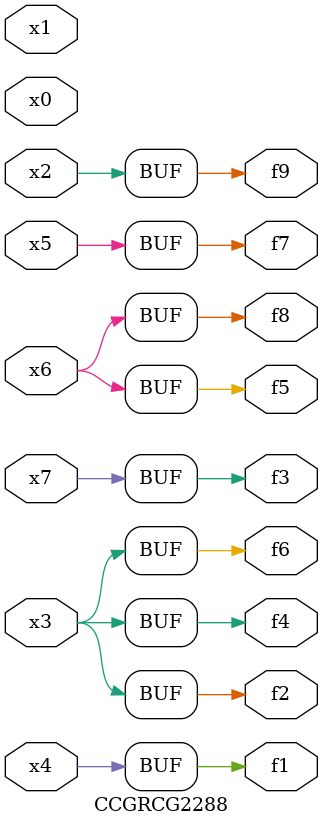
<source format=v>
module CCGRCG2288(
	input x0, x1, x2, x3, x4, x5, x6, x7,
	output f1, f2, f3, f4, f5, f6, f7, f8, f9
);
	assign f1 = x4;
	assign f2 = x3;
	assign f3 = x7;
	assign f4 = x3;
	assign f5 = x6;
	assign f6 = x3;
	assign f7 = x5;
	assign f8 = x6;
	assign f9 = x2;
endmodule

</source>
